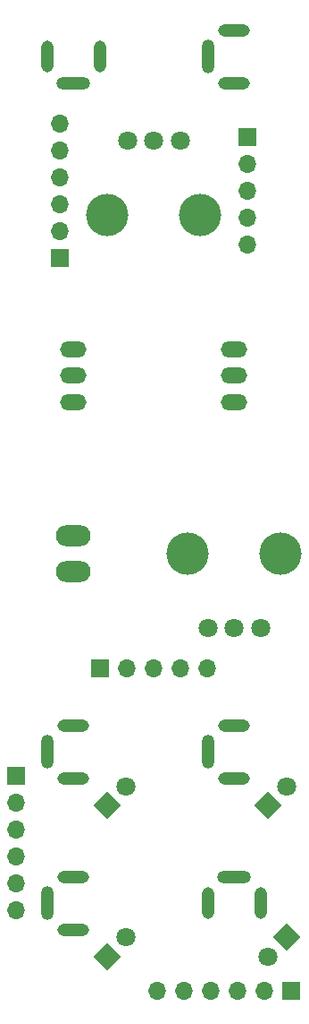
<source format=gbr>
%TF.GenerationSoftware,KiCad,Pcbnew,6.0.4-6f826c9f35~116~ubuntu21.10.1*%
%TF.CreationDate,2022-06-29T09:00:01+02:00*%
%TF.ProjectId,mHz_oscillator,6d487a5f-6f73-4636-996c-6c61746f722e,rev?*%
%TF.SameCoordinates,Original*%
%TF.FileFunction,Soldermask,Top*%
%TF.FilePolarity,Negative*%
%FSLAX46Y46*%
G04 Gerber Fmt 4.6, Leading zero omitted, Abs format (unit mm)*
G04 Created by KiCad (PCBNEW 6.0.4-6f826c9f35~116~ubuntu21.10.1) date 2022-06-29 09:00:01*
%MOMM*%
%LPD*%
G01*
G04 APERTURE LIST*
G04 Aperture macros list*
%AMRotRect*
0 Rectangle, with rotation*
0 The origin of the aperture is its center*
0 $1 length*
0 $2 width*
0 $3 Rotation angle, in degrees counterclockwise*
0 Add horizontal line*
21,1,$1,$2,0,0,$3*%
G04 Aperture macros list end*
%ADD10C,4.000000*%
%ADD11C,1.800000*%
%ADD12RotRect,1.800000X1.800000X225.000000*%
%ADD13RotRect,1.800000X1.800000X45.000000*%
%ADD14O,3.000000X1.200000*%
%ADD15O,1.200000X3.200000*%
%ADD16O,3.300000X2.000000*%
%ADD17O,1.200000X3.000000*%
%ADD18O,3.200000X1.200000*%
%ADD19O,2.500000X1.500000*%
%ADD20R,1.700000X1.700000*%
%ADD21O,1.700000X1.700000*%
G04 APERTURE END LIST*
D10*
%TO.C,RV7*%
X10115000Y65076700D03*
X1315000Y65076700D03*
D11*
X3215000Y72076700D03*
X5715000Y72076700D03*
X8215000Y72076700D03*
%TD*%
D12*
%TO.C,D11*%
X18364061Y-3225938D03*
D11*
X16568010Y-5021989D03*
%TD*%
D13*
%TO.C,D8*%
X1320939Y9258438D03*
D11*
X3116990Y11054489D03*
%TD*%
D14*
%TO.C,J14*%
X13335000Y16787500D03*
D15*
X10835000Y14287500D03*
D14*
X13335000Y11787500D03*
%TD*%
D13*
%TO.C,D9*%
X1320939Y-5029062D03*
D11*
X3116990Y-3233011D03*
%TD*%
D14*
%TO.C,J17*%
X13335000Y82500000D03*
D15*
X10835000Y80000000D03*
D14*
X13335000Y77500000D03*
%TD*%
D16*
%TO.C,SW1*%
X-1905000Y34720000D03*
X-1905000Y31320000D03*
%TD*%
D10*
%TO.C,RV6*%
X8935000Y33030800D03*
X17735000Y33030800D03*
D11*
X15835000Y26030800D03*
X13335000Y26030800D03*
X10835000Y26030800D03*
%TD*%
D14*
%TO.C,J12*%
X-1905000Y16787500D03*
D15*
X-4405000Y14287500D03*
D14*
X-1905000Y11787500D03*
%TD*%
D17*
%TO.C,J15*%
X15835000Y0D03*
D18*
X13335000Y2500000D03*
D17*
X10835000Y0D03*
%TD*%
D13*
%TO.C,D10*%
X16560939Y9258438D03*
D11*
X18356990Y11054489D03*
%TD*%
D17*
%TO.C,J16*%
X-4405000Y80000000D03*
D18*
X-1905000Y77500000D03*
D17*
X595000Y80000000D03*
%TD*%
D19*
%TO.C,SW2*%
X-1905000Y47347500D03*
X-1905000Y49847500D03*
X-1905000Y52347500D03*
%TD*%
D14*
%TO.C,J13*%
X-1905000Y2500000D03*
D15*
X-4405000Y0D03*
D14*
X-1905000Y-2500000D03*
%TD*%
D19*
%TO.C,SW3*%
X13335000Y52347500D03*
X13335000Y49847500D03*
X13335000Y47347500D03*
%TD*%
D20*
%TO.C,J7*%
X640000Y22225000D03*
D21*
X3180000Y22225000D03*
X5720000Y22225000D03*
X8260000Y22225000D03*
X10800000Y22225000D03*
%TD*%
D20*
%TO.C,J5*%
X-3175000Y60960000D03*
D21*
X-3175000Y63500000D03*
X-3175000Y66040000D03*
X-3175000Y68580000D03*
X-3175000Y71120000D03*
X-3175000Y73660000D03*
%TD*%
D20*
%TO.C,J1*%
X18732500Y-8255000D03*
D21*
X16192500Y-8255000D03*
X13652500Y-8255000D03*
X11112500Y-8255000D03*
X8572500Y-8255000D03*
X6032500Y-8255000D03*
%TD*%
D20*
%TO.C,J3*%
X-7302500Y12065000D03*
D21*
X-7302500Y9525000D03*
X-7302500Y6985000D03*
X-7302500Y4445000D03*
X-7302500Y1905000D03*
X-7302500Y-635000D03*
%TD*%
D20*
%TO.C,J9*%
X14605000Y72390000D03*
D21*
X14605000Y69850000D03*
X14605000Y67310000D03*
X14605000Y64770000D03*
X14605000Y62230000D03*
%TD*%
M02*

</source>
